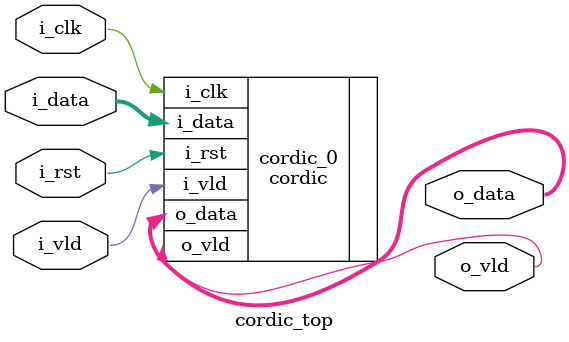
<source format=v>
module cordic_top
#(
   parameter   NUM_ITER             = 12,
   parameter   NUM_STAGE            = 3,
   parameter   EN_SCALE             = 1,
   parameter   TOTAL_WIDTH          = 49
)(
   input                            i_clk,
   input                            i_rst,
   input                            i_vld,
   input       [TOTAL_WIDTH-1:0]    i_data,
   output                           o_vld,
   output      [TOTAL_WIDTH-1:0]    o_data
);

   cordic #(
      .NUM_ITER            (NUM_ITER   ),
      .NUM_STAGE           (NUM_STAGE  ),
      .EN_SCALE            (EN_SCALE   ),
      .TOTAL_WIDTH         (TOTAL_WIDTH)
   ) cordic_0 (
      .i_clk               (i_clk),
      .i_rst               (i_rst),
      .i_vld               (i_vld),
      .i_data              (i_data),
      .o_vld               (o_vld),
      .o_data              (o_data)
   );

endmodule

</source>
